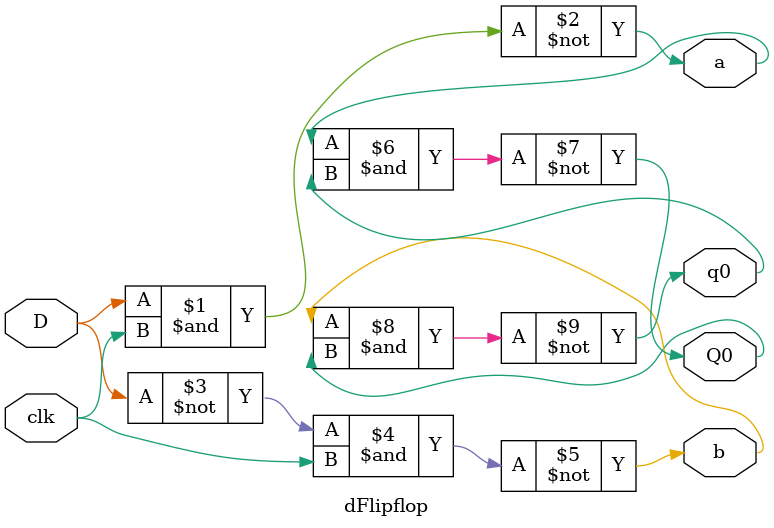
<source format=v>
module dFlipflop(D, clk , a, b, Q0, q0);
input D, clk;
output a, b, Q0, q0;

// S is treated as D and R is treated as D'
assign a = ~(D & clk);
assign b = ~(~D & clk);
assign Q0 = ~(a & q0);
assign q0 = ~(b & Q0);

endmodule


</source>
